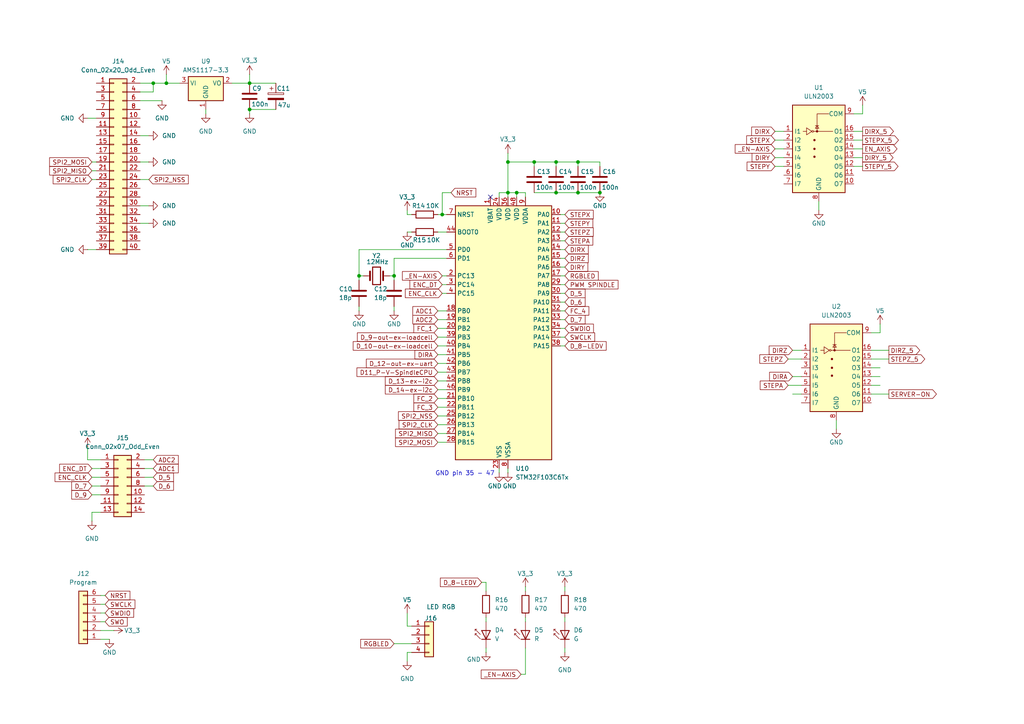
<source format=kicad_sch>
(kicad_sch (version 20250114) (generator "eeschema") (generator_version "9.0")
  (paper "A4")
  (lib_symbols
    (symbol "Connector_Generic:Conn_01x04" (pin_names (offset 1.016) (hide yes))
      (property "Reference" "J" (at 0 5.08 0))
      (property "Value" "Conn_01x04" (at 0 -7.62 0))
      (symbol "Conn_01x04_1_1"
        (rectangle (start -1.27 3.81) (end 1.27 -6.35) (stroke (width 0.254)) (fill (type background)))
        (rectangle (start -1.27 2.667) (end 0 2.413) (stroke (width 0.1524)))
        (rectangle (start -1.27 0.127) (end 0 -0.127) (stroke (width 0.1524)))
        (rectangle (start -1.27 -2.413) (end 0 -2.667) (stroke (width 0.1524)))
        (rectangle (start -1.27 -4.953) (end 0 -5.207) (stroke (width 0.1524)))
        (pin passive line (at -5.08 2.54 0) (length 3.81) (name "Pin_1") (number "1"))
        (pin passive line (at -5.08 0 0) (length 3.81) (name "Pin_2") (number "2"))
        (pin passive line (at -5.08 -2.54 0) (length 3.81) (name "Pin_3") (number "3"))
        (pin passive line (at -5.08 -5.08 0) (length 3.81) (name "Pin_4") (number "4"))
      )
    )
    (symbol "Connector_Generic:Conn_01x06" (pin_names (offset 1.016) (hide yes))
      (property "Reference" "J" (at 0 7.62 0))
      (property "Value" "Conn_01x06" (at 0 -10.16 0))
      (symbol "Conn_01x06_1_1"
        (rectangle (start -1.27 6.35) (end 1.27 -8.89) (stroke (width 0.254)) (fill (type background)))
        (rectangle (start -1.27 5.207) (end 0 4.953) (stroke (width 0.1524)))
        (rectangle (start -1.27 2.667) (end 0 2.413) (stroke (width 0.1524)))
        (rectangle (start -1.27 0.127) (end 0 -0.127) (stroke (width 0.1524)))
        (rectangle (start -1.27 -2.413) (end 0 -2.667) (stroke (width 0.1524)))
        (rectangle (start -1.27 -4.953) (end 0 -5.207) (stroke (width 0.1524)))
        (rectangle (start -1.27 -7.493) (end 0 -7.747) (stroke (width 0.1524)))
        (pin passive line (at -5.08 5.08 0) (length 3.81) (name "Pin_1") (number "1"))
        (pin passive line (at -5.08 2.54 0) (length 3.81) (name "Pin_2") (number "2"))
        (pin passive line (at -5.08 0 0) (length 3.81) (name "Pin_3") (number "3"))
        (pin passive line (at -5.08 -2.54 0) (length 3.81) (name "Pin_4") (number "4"))
        (pin passive line (at -5.08 -5.08 0) (length 3.81) (name "Pin_5") (number "5"))
        (pin passive line (at -5.08 -7.62 0) (length 3.81) (name "Pin_6") (number "6"))
      )
    )
    (symbol "Connector_Generic:Conn_02x07_Odd_Even" (pin_names (offset 1.016) (hide yes))
      (property "Reference" "J" (at 1.27 10.16 0))
      (property "Value" "Conn_02x07_Odd_Even" (at 1.27 -10.16 0))
      (symbol "Conn_02x07_Odd_Even_1_1"
        (rectangle (start -1.27 8.89) (end 3.81 -8.89) (stroke (width 0.254)) (fill (type background)))
        (rectangle (start -1.27 7.747) (end 0 7.493) (stroke (width 0.1524)))
        (rectangle (start -1.27 5.207) (end 0 4.953) (stroke (width 0.1524)))
        (rectangle (start -1.27 2.667) (end 0 2.413) (stroke (width 0.1524)))
        (rectangle (start -1.27 0.127) (end 0 -0.127) (stroke (width 0.1524)))
        (rectangle (start -1.27 -2.413) (end 0 -2.667) (stroke (width 0.1524)))
        (rectangle (start -1.27 -4.953) (end 0 -5.207) (stroke (width 0.1524)))
        (rectangle (start -1.27 -7.493) (end 0 -7.747) (stroke (width 0.1524)))
        (rectangle (start 3.81 7.747) (end 2.54 7.493) (stroke (width 0.1524)))
        (rectangle (start 3.81 5.207) (end 2.54 4.953) (stroke (width 0.1524)))
        (rectangle (start 3.81 2.667) (end 2.54 2.413) (stroke (width 0.1524)))
        (rectangle (start 3.81 0.127) (end 2.54 -0.127) (stroke (width 0.1524)))
        (rectangle (start 3.81 -2.413) (end 2.54 -2.667) (stroke (width 0.1524)))
        (rectangle (start 3.81 -4.953) (end 2.54 -5.207) (stroke (width 0.1524)))
        (rectangle (start 3.81 -7.493) (end 2.54 -7.747) (stroke (width 0.1524)))
        (pin passive line (at -5.08 7.62 0) (length 3.81) (name "Pin_1") (number "1"))
        (pin passive line (at -5.08 5.08 0) (length 3.81) (name "Pin_3") (number "3"))
        (pin passive line (at -5.08 2.54 0) (length 3.81) (name "Pin_5") (number "5"))
        (pin passive line (at -5.08 0 0) (length 3.81) (name "Pin_7") (number "7"))
        (pin passive line (at -5.08 -2.54 0) (length 3.81) (name "Pin_9") (number "9"))
        (pin passive line (at -5.08 -5.08 0) (length 3.81) (name "Pin_11") (number "11"))
        (pin passive line (at -5.08 -7.62 0) (length 3.81) (name "Pin_13") (number "13"))
        (pin passive line (at 7.62 7.62 180) (length 3.81) (name "Pin_2") (number "2"))
        (pin passive line (at 7.62 5.08 180) (length 3.81) (name "Pin_4") (number "4"))
        (pin passive line (at 7.62 2.54 180) (length 3.81) (name "Pin_6") (number "6"))
        (pin passive line (at 7.62 0 180) (length 3.81) (name "Pin_8") (number "8"))
        (pin passive line (at 7.62 -2.54 180) (length 3.81) (name "Pin_10") (number "10"))
        (pin passive line (at 7.62 -5.08 180) (length 3.81) (name "Pin_12") (number "12"))
        (pin passive line (at 7.62 -7.62 180) (length 3.81) (name "Pin_14") (number "14"))
      )
    )
    (symbol "Connector_Generic:Conn_02x20_Odd_Even" (pin_names (offset 1.016) (hide yes))
      (property "Reference" "J" (at 1.27 25.4 0))
      (property "Value" "Conn_02x20_Odd_Even" (at 1.27 -27.94 0))
      (symbol "Conn_02x20_Odd_Even_1_1"
        (rectangle (start -1.27 24.13) (end 3.81 -26.67) (stroke (width 0.254)) (fill (type background)))
        (rectangle (start -1.27 22.987) (end 0 22.733) (stroke (width 0.1524)))
        (rectangle (start -1.27 20.447) (end 0 20.193) (stroke (width 0.1524)))
        (rectangle (start -1.27 17.907) (end 0 17.653) (stroke (width 0.1524)))
        (rectangle (start -1.27 15.367) (end 0 15.113) (stroke (width 0.1524)))
        (rectangle (start -1.27 12.827) (end 0 12.573) (stroke (width 0.1524)))
        (rectangle (start -1.27 10.287) (end 0 10.033) (stroke (width 0.1524)))
        (rectangle (start -1.27 7.747) (end 0 7.493) (stroke (width 0.1524)))
        (rectangle (start -1.27 5.207) (end 0 4.953) (stroke (width 0.1524)))
        (rectangle (start -1.27 2.667) (end 0 2.413) (stroke (width 0.1524)))
        (rectangle (start -1.27 0.127) (end 0 -0.127) (stroke (width 0.1524)))
        (rectangle (start -1.27 -2.413) (end 0 -2.667) (stroke (width 0.1524)))
        (rectangle (start -1.27 -4.953) (end 0 -5.207) (stroke (width 0.1524)))
        (rectangle (start -1.27 -7.493) (end 0 -7.747) (stroke (width 0.1524)))
        (rectangle (start -1.27 -10.033) (end 0 -10.287) (stroke (width 0.1524)))
        (rectangle (start -1.27 -12.573) (end 0 -12.827) (stroke (width 0.1524)))
        (rectangle (start -1.27 -15.113) (end 0 -15.367) (stroke (width 0.1524)))
        (rectangle (start -1.27 -17.653) (end 0 -17.907) (stroke (width 0.1524)))
        (rectangle (start -1.27 -20.193) (end 0 -20.447) (stroke (width 0.1524)))
        (rectangle (start -1.27 -22.733) (end 0 -22.987) (stroke (width 0.1524)))
        (rectangle (start -1.27 -25.273) (end 0 -25.527) (stroke (width 0.1524)))
        (rectangle (start 3.81 22.987) (end 2.54 22.733) (stroke (width 0.1524)))
        (rectangle (start 3.81 20.447) (end 2.54 20.193) (stroke (width 0.1524)))
        (rectangle (start 3.81 17.907) (end 2.54 17.653) (stroke (width 0.1524)))
        (rectangle (start 3.81 15.367) (end 2.54 15.113) (stroke (width 0.1524)))
        (rectangle (start 3.81 12.827) (end 2.54 12.573) (stroke (width 0.1524)))
        (rectangle (start 3.81 10.287) (end 2.54 10.033) (stroke (width 0.1524)))
        (rectangle (start 3.81 7.747) (end 2.54 7.493) (stroke (width 0.1524)))
        (rectangle (start 3.81 5.207) (end 2.54 4.953) (stroke (width 0.1524)))
        (rectangle (start 3.81 2.667) (end 2.54 2.413) (stroke (width 0.1524)))
        (rectangle (start 3.81 0.127) (end 2.54 -0.127) (stroke (width 0.1524)))
        (rectangle (start 3.81 -2.413) (end 2.54 -2.667) (stroke (width 0.1524)))
        (rectangle (start 3.81 -4.953) (end 2.54 -5.207) (stroke (width 0.1524)))
        (rectangle (start 3.81 -7.493) (end 2.54 -7.747) (stroke (width 0.1524)))
        (rectangle (start 3.81 -10.033) (end 2.54 -10.287) (stroke (width 0.1524)))
        (rectangle (start 3.81 -12.573) (end 2.54 -12.827) (stroke (width 0.1524)))
        (rectangle (start 3.81 -15.113) (end 2.54 -15.367) (stroke (width 0.1524)))
        (rectangle (start 3.81 -17.653) (end 2.54 -17.907) (stroke (width 0.1524)))
        (rectangle (start 3.81 -20.193) (end 2.54 -20.447) (stroke (width 0.1524)))
        (rectangle (start 3.81 -22.733) (end 2.54 -22.987) (stroke (width 0.1524)))
        (rectangle (start 3.81 -25.273) (end 2.54 -25.527) (stroke (width 0.1524)))
        (pin passive line (at -5.08 22.86 0) (length 3.81) (name "Pin_1") (number "1"))
        (pin passive line (at -5.08 20.32 0) (length 3.81) (name "Pin_3") (number "3"))
        (pin passive line (at -5.08 17.78 0) (length 3.81) (name "Pin_5") (number "5"))
        (pin passive line (at -5.08 15.24 0) (length 3.81) (name "Pin_7") (number "7"))
        (pin passive line (at -5.08 12.7 0) (length 3.81) (name "Pin_9") (number "9"))
        (pin passive line (at -5.08 10.16 0) (length 3.81) (name "Pin_11") (number "11"))
        (pin passive line (at -5.08 7.62 0) (length 3.81) (name "Pin_13") (number "13"))
        (pin passive line (at -5.08 5.08 0) (length 3.81) (name "Pin_15") (number "15"))
        (pin passive line (at -5.08 2.54 0) (length 3.81) (name "Pin_17") (number "17"))
        (pin passive line (at -5.08 0 0) (length 3.81) (name "Pin_19") (number "19"))
        (pin passive line (at -5.08 -2.54 0) (length 3.81) (name "Pin_21") (number "21"))
        (pin passive line (at -5.08 -5.08 0) (length 3.81) (name "Pin_23") (number "23"))
        (pin passive line (at -5.08 -7.62 0) (length 3.81) (name "Pin_25") (number "25"))
        (pin passive line (at -5.08 -10.16 0) (length 3.81) (name "Pin_27") (number "27"))
        (pin passive line (at -5.08 -12.7 0) (length 3.81) (name "Pin_29") (number "29"))
        (pin passive line (at -5.08 -15.24 0) (length 3.81) (name "Pin_31") (number "31"))
        (pin passive line (at -5.08 -17.78 0) (length 3.81) (name "Pin_33") (number "33"))
        (pin passive line (at -5.08 -20.32 0) (length 3.81) (name "Pin_35") (number "35"))
        (pin passive line (at -5.08 -22.86 0) (length 3.81) (name "Pin_37") (number "37"))
        (pin passive line (at -5.08 -25.4 0) (length 3.81) (name "Pin_39") (number "39"))
        (pin passive line (at 7.62 22.86 180) (length 3.81) (name "Pin_2") (number "2"))
        (pin passive line (at 7.62 20.32 180) (length 3.81) (name "Pin_4") (number "4"))
        (pin passive line (at 7.62 17.78 180) (length 3.81) (name "Pin_6") (number "6"))
        (pin passive line (at 7.62 15.24 180) (length 3.81) (name "Pin_8") (number "8"))
        (pin passive line (at 7.62 12.7 180) (length 3.81) (name "Pin_10") (number "10"))
        (pin passive line (at 7.62 10.16 180) (length 3.81) (name "Pin_12") (number "12"))
        (pin passive line (at 7.62 7.62 180) (length 3.81) (name "Pin_14") (number "14"))
        (pin passive line (at 7.62 5.08 180) (length 3.81) (name "Pin_16") (number "16"))
        (pin passive line (at 7.62 2.54 180) (length 3.81) (name "Pin_18") (number "18"))
        (pin passive line (at 7.62 0 180) (length 3.81) (name "Pin_20") (number "20"))
        (pin passive line (at 7.62 -2.54 180) (length 3.81) (name "Pin_22") (number "22"))
        (pin passive line (at 7.62 -5.08 180) (length 3.81) (name "Pin_24") (number "24"))
        (pin passive line (at 7.62 -7.62 180) (length 3.81) (name "Pin_26") (number "26"))
        (pin passive line (at 7.62 -10.16 180) (length 3.81) (name "Pin_28") (number "28"))
        (pin passive line (at 7.62 -12.7 180) (length 3.81) (name "Pin_30") (number "30"))
        (pin passive line (at 7.62 -15.24 180) (length 3.81) (name "Pin_32") (number "32"))
        (pin passive line (at 7.62 -17.78 180) (length 3.81) (name "Pin_34") (number "34"))
        (pin passive line (at 7.62 -20.32 180) (length 3.81) (name "Pin_36") (number "36"))
        (pin passive line (at 7.62 -22.86 180) (length 3.81) (name "Pin_38") (number "38"))
        (pin passive line (at 7.62 -25.4 180) (length 3.81) (name "Pin_40") (number "40"))
      )
    )
    (symbol "Device:C" (pin_numbers (hide yes)) (pin_names (offset 0.254))
      (property "Reference" "C" (at 0.635 2.54 0))
      (property "Value" "C" (at 0.635 -2.54 0))
      (symbol "C_0_1"
        (polyline (pts (xy -2.032 0.762) (xy 2.032 0.762)) (stroke (width 0.508)))
        (polyline (pts (xy -2.032 -0.762) (xy 2.032 -0.762)) (stroke (width 0.508)))
      )
      (symbol "C_1_1"
        (pin passive line (at 0 3.81 270) (length 2.794) (name "~") (number "1"))
        (pin passive line (at 0 -3.81 90) (length 2.794) (name "~") (number "2"))
      )
    )
    (symbol "Device:C_Polarized" (pin_numbers (hide yes)) (pin_names (offset 0.254))
      (property "Reference" "C" (at 0.635 2.54 0))
      (property "Value" "C_Polarized" (at 0.635 -2.54 0))
      (symbol "C_Polarized_0_1"
        (rectangle (start -2.286 0.508) (end 2.286 1.016))
        (polyline (pts (xy -1.778 2.286) (xy -0.762 2.286)))
        (polyline (pts (xy -1.27 2.794) (xy -1.27 1.778)))
        (rectangle (start 2.286 -0.508) (end -2.286 -1.016) (fill (type outline)))
      )
      (symbol "C_Polarized_1_1"
        (pin passive line (at 0 3.81 270) (length 2.794) (name "~") (number "1"))
        (pin passive line (at 0 -3.81 90) (length 2.794) (name "~") (number "2"))
      )
    )
    (symbol "Device:Crystal" (pin_numbers (hide yes)) (pin_names (offset 1.016) (hide yes))
      (property "Reference" "Y" (at 0 3.81 0))
      (property "Value" "Crystal" (at 0 -3.81 0))
      (symbol "Crystal_0_1"
        (polyline (pts (xy -2.54 0) (xy -1.905 0)))
        (polyline (pts (xy -1.905 -1.27) (xy -1.905 1.27)) (stroke (width 0.508)))
        (rectangle (start -1.143 2.54) (end 1.143 -2.54) (stroke (width 0.3048)))
        (polyline (pts (xy 1.905 -1.27) (xy 1.905 1.27)) (stroke (width 0.508)))
        (polyline (pts (xy 2.54 0) (xy 1.905 0)))
      )
      (symbol "Crystal_1_1"
        (pin passive line (at -3.81 0 0) (length 1.27) (name "1") (number "1"))
        (pin passive line (at 3.81 0 180) (length 1.27) (name "2") (number "2"))
      )
    )
    (symbol "Device:R" (pin_numbers (hide yes)) (pin_names (offset 0))
      (property "Reference" "R" (at 2.032 0 90))
      (property "Value" "R" (at 0 0 90))
      (symbol "R_0_1"
        (rectangle (start -1.016 -2.54) (end 1.016 2.54) (stroke (width 0.254)))
      )
      (symbol "R_1_1"
        (pin passive line (at 0 3.81 270) (length 1.27) (name "~") (number "1"))
        (pin passive line (at 0 -3.81 90) (length 1.27) (name "~") (number "2"))
      )
    )
    (symbol "LED:SFH460" (pin_numbers (hide yes)) (pin_names (offset 1.016) (hide yes))
      (property "Reference" "D" (at 0.508 1.778 0))
      (property "Value" "SFH460" (at -1.016 -2.794 0))
      (symbol "SFH460_0_1"
        (polyline (pts (xy -2.54 1.27) (xy -2.54 -1.27)) (stroke (width 0.254)))
        (polyline (pts (xy -2.413 1.651) (xy -0.889 3.175) (xy -0.889 2.667) (xy -0.889 3.175) (xy -1.397 3.175)))
        (polyline (pts (xy -1.143 1.651) (xy 0.381 3.175) (xy 0.381 2.667)))
        (polyline (pts (xy 0 1.27) (xy 0 -1.27) (xy -2.54 0) (xy 0 1.27)) (stroke (width 0.254)))
        (polyline (pts (xy 0 0) (xy -2.54 0)))
        (polyline (pts (xy 0.381 3.175) (xy -0.127 3.175)))
      )
      (symbol "SFH460_1_1"
        (pin passive line (at -5.08 0 0) (length 2.54) (name "K") (number "1"))
        (pin passive line (at 2.54 0 180) (length 2.54) (name "A") (number "2"))
      )
    )
    (symbol "MCU_ST_STM32F1:STM32F103C6Tx"
      (property "Reference" "U" (at -12.7 39.37 0))
      (property "Value" "STM32F103C6Tx" (at 10.16 39.37 0))
      (symbol "STM32F103C6Tx_0_1"
        (rectangle (start -12.7 -35.56) (end 15.24 38.1) (stroke (width 0.254)) (fill (type background)))
      )
      (symbol "STM32F103C6Tx_1_1"
        (pin input line (at -15.24 35.56 0) (length 2.54) (name "NRST") (number "7"))
        (pin input line (at -15.24 30.48 0) (length 2.54) (name "BOOT0") (number "44"))
        (pin bidirectional line (at -15.24 25.4 0) (length 2.54) (name "PD0") (number "5"))
        (pin bidirectional line (at -15.24 22.86 0) (length 2.54) (name "PD1") (number "6"))
        (pin bidirectional line (at -15.24 17.78 0) (length 2.54) (name "PC13") (number "2"))
        (pin bidirectional line (at -15.24 15.24 0) (length 2.54) (name "PC14") (number "3"))
        (pin bidirectional line (at -15.24 12.7 0) (length 2.54) (name "PC15") (number "4"))
        (pin bidirectional line (at -15.24 7.62 0) (length 2.54) (name "PB0") (number "18"))
        (pin bidirectional line (at -15.24 5.08 0) (length 2.54) (name "PB1") (number "19"))
        (pin bidirectional line (at -15.24 2.54 0) (length 2.54) (name "PB2") (number "20"))
        (pin bidirectional line (at -15.24 0 0) (length 2.54) (name "PB3") (number "39"))
        (pin bidirectional line (at -15.24 -2.54 0) (length 2.54) (name "PB4") (number "40"))
        (pin bidirectional line (at -15.24 -5.08 0) (length 2.54) (name "PB5") (number "41"))
        (pin bidirectional line (at -15.24 -7.62 0) (length 2.54) (name "PB6") (number "42"))
        (pin bidirectional line (at -15.24 -10.16 0) (length 2.54) (name "PB7") (number "43"))
        (pin bidirectional line (at -15.24 -12.7 0) (length 2.54) (name "PB8") (number "45"))
        (pin bidirectional line (at -15.24 -15.24 0) (length 2.54) (name "PB9") (number "46"))
        (pin bidirectional line (at -15.24 -17.78 0) (length 2.54) (name "PB10") (number "21"))
        (pin bidirectional line (at -15.24 -20.32 0) (length 2.54) (name "PB11") (number "22"))
        (pin bidirectional line (at -15.24 -22.86 0) (length 2.54) (name "PB12") (number "25"))
        (pin bidirectional line (at -15.24 -25.4 0) (length 2.54) (name "PB13") (number "26"))
        (pin bidirectional line (at -15.24 -27.94 0) (length 2.54) (name "PB14") (number "27"))
        (pin bidirectional line (at -15.24 -30.48 0) (length 2.54) (name "PB15") (number "28"))
        (pin power_in line (at -2.54 40.64 270) (length 2.54) (name "VBAT") (number "1"))
        (pin power_in line (at 0 40.64 270) (length 2.54) (name "VDD") (number "24"))
        (pin power_in line (at 0 -38.1 90) (length 2.54) (name "VSS") (number "23"))
        (pin passive line (at 0 -38.1 90) (length 2.54) (hide yes) (name "VSS") (number "35"))
        (pin passive line (at 0 -38.1 90) (length 2.54) (hide yes) (name "VSS") (number "47"))
        (pin power_in line (at 2.54 40.64 270) (length 2.54) (name "VDD") (number "36"))
        (pin power_in line (at 2.54 -38.1 90) (length 2.54) (name "VSSA") (number "8"))
        (pin power_in line (at 5.08 40.64 270) (length 2.54) (name "VDD") (number "48"))
        (pin power_in line (at 7.62 40.64 270) (length 2.54) (name "VDDA") (number "9"))
        (pin bidirectional line (at 17.78 35.56 180) (length 2.54) (name "PA0") (number "10"))
        (pin bidirectional line (at 17.78 33.02 180) (length 2.54) (name "PA1") (number "11"))
        (pin bidirectional line (at 17.78 30.48 180) (length 2.54) (name "PA2") (number "12"))
        (pin bidirectional line (at 17.78 27.94 180) (length 2.54) (name "PA3") (number "13"))
        (pin bidirectional line (at 17.78 25.4 180) (length 2.54) (name "PA4") (number "14"))
        (pin bidirectional line (at 17.78 22.86 180) (length 2.54) (name "PA5") (number "15"))
        (pin bidirectional line (at 17.78 20.32 180) (length 2.54) (name "PA6") (number "16"))
        (pin bidirectional line (at 17.78 17.78 180) (length 2.54) (name "PA7") (number "17"))
        (pin bidirectional line (at 17.78 15.24 180) (length 2.54) (name "PA8") (number "29"))
        (pin bidirectional line (at 17.78 12.7 180) (length 2.54) (name "PA9") (number "30"))
        (pin bidirectional line (at 17.78 10.16 180) (length 2.54) (name "PA10") (number "31"))
        (pin bidirectional line (at 17.78 7.62 180) (length 2.54) (name "PA11") (number "32"))
        (pin bidirectional line (at 17.78 5.08 180) (length 2.54) (name "PA12") (number "33"))
        (pin bidirectional line (at 17.78 2.54 180) (length 2.54) (name "PA13") (number "34"))
        (pin bidirectional line (at 17.78 0 180) (length 2.54) (name "PA14") (number "37"))
        (pin bidirectional line (at 17.78 -2.54 180) (length 2.54) (name "PA15") (number "38"))
      )
    )
    (symbol "Regulator_Linear:AMS1117-3.3"
      (property "Reference" "U" (at -3.81 3.175 0))
      (property "Value" "AMS1117-3.3" (at 0 3.175 0))
      (symbol "AMS1117-3.3_0_1"
        (rectangle (start -5.08 -5.08) (end 5.08 1.905) (stroke (width 0.254)) (fill (type background)))
      )
      (symbol "AMS1117-3.3_1_1"
        (pin power_in line (at -7.62 0 0) (length 2.54) (name "VI") (number "3"))
        (pin power_in line (at 0 -7.62 90) (length 2.54) (name "GND") (number "1"))
        (pin power_out line (at 7.62 0 180) (length 2.54) (name "VO") (number "2"))
      )
    )
    (symbol "Transistor_Array:ULN2003"
      (property "Reference" "U" (at 0 15.875 0))
      (property "Value" "ULN2003" (at 0 13.97 0))
      (symbol "ULN2003_0_1"
        (rectangle (start -7.62 -12.7) (end 7.62 12.7) (stroke (width 0.254)) (fill (type background)))
        (polyline (pts (xy -4.572 5.08) (xy -3.556 5.08)))
        (polyline (pts (xy -3.556 6.096) (xy -3.556 4.064) (xy -2.032 5.08) (xy -3.556 6.096)))
        (circle (center -1.778 5.08) (radius 0.254))
        (polyline (pts (xy -1.524 5.08) (xy 4.064 5.08)))
        (circle (center -1.27 2.54) (radius 0.254) (fill (type outline)))
        (circle (center -1.27 0) (radius 0.254) (fill (type outline)))
        (circle (center -1.27 -2.286) (radius 0.254) (fill (type outline)))
        (circle (center -0.508 5.08) (radius 0.254) (fill (type outline)))
        (polyline (pts (xy -0.508 5.08) (xy -0.508 10.16) (xy 2.921 10.16)))
        (polyline (pts (xy 0 6.731) (xy -1.016 6.731)))
        (polyline (pts (xy 0 5.969) (xy -1.016 5.969) (xy -0.508 6.731) (xy 0 5.969)))
      )
      (symbol "ULN2003_1_1"
        (pin input line (at -10.16 5.08 0) (length 2.54) (name "I1") (number "1"))
        (pin input line (at -10.16 2.54 0) (length 2.54) (name "I2") (number "2"))
        (pin input line (at -10.16 0 0) (length 2.54) (name "I3") (number "3"))
        (pin input line (at -10.16 -2.54 0) (length 2.54) (name "I4") (number "4"))
        (pin input line (at -10.16 -5.08 0) (length 2.54) (name "I5") (number "5"))
        (pin input line (at -10.16 -7.62 0) (length 2.54) (name "I6") (number "6"))
        (pin input line (at -10.16 -10.16 0) (length 2.54) (name "I7") (number "7"))
        (pin power_in line (at 0 -15.24 90) (length 2.54) (name "GND") (number "8"))
        (pin passive line (at 10.16 10.16 180) (length 2.54) (name "COM") (number "9"))
        (pin open_collector line (at 10.16 5.08 180) (length 2.54) (name "O1") (number "16"))
        (pin open_collector line (at 10.16 2.54 180) (length 2.54) (name "O2") (number "15"))
        (pin open_collector line (at 10.16 0 180) (length 2.54) (name "O3") (number "14"))
        (pin open_collector line (at 10.16 -2.54 180) (length 2.54) (name "O4") (number "13"))
        (pin open_collector line (at 10.16 -5.08 180) (length 2.54) (name "O5") (number "12"))
        (pin open_collector line (at 10.16 -7.62 180) (length 2.54) (name "O6") (number "11"))
        (pin open_collector line (at 10.16 -10.16 180) (length 2.54) (name "O7") (number "10"))
      )
    )
    (symbol "power:GND" (power) (pin_numbers (hide yes)) (pin_names (offset 0) (hide yes))
      (property "Value" "GND" (at 0 -3.81 0))
      (symbol "GND_0_1"
        (polyline (pts (xy 0 0) (xy 0 -1.27) (xy 1.27 -1.27) (xy 0 -2.54) (xy -1.27 -1.27) (xy 0 -1.27)))
      )
      (symbol "GND_1_1"
        (pin power_in line (at 0 0 270) (length 0) (name "~") (number "1"))
      )
    )
    (symbol "power:VCC" (power) (pin_numbers (hide yes)) (pin_names (offset 0) (hide yes))
      (property "Value" "VCC" (at 0 3.556 0))
      (symbol "VCC_0_1"
        (polyline (pts (xy -0.762 1.27) (xy 0 2.54)))
        (polyline (pts (xy 0 2.54) (xy 0.762 1.27)))
        (polyline (pts (xy 0 0) (xy 0 2.54)))
      )
      (symbol "VCC_1_1"
        (pin power_in line (at 0 0 90) (length 0) (name "~") (number "1"))
      )
    )
  )
  (text "GND pin 35 - 47" (at 134.874 137.414 0) (effects (font (size 1.27 1.27))))
  (junction (at 72.39 31.75))
  (junction (at 167.64 46.99))
  (junction (at 147.32 46.99))
  (junction (at 72.39 24.13))
  (junction (at 44.45 24.13))
  (junction (at 167.64 55.88))
  (junction (at 48.26 24.13))
  (junction (at 161.29 46.99))
  (junction (at 147.32 55.88))
  (junction (at 154.94 46.99))
  (junction (at 149.86 55.88))
  (junction (at 173.99 55.88))
  (junction (at 104.14 80.01))
  (junction (at 114.3 80.01))
  (junction (at 128.27 62.23))
  (junction (at 161.29 55.88))
  (no_connect (at 142.24 57.15))
  (wire (pts (xy 167.64 46.99) (xy 161.29 46.99)))
  (wire (pts (xy 173.99 46.99) (xy 167.64 46.99)))
  (wire (pts (xy 250.19 33.02) (xy 247.65 33.02)))
  (wire (pts (xy 163.83 170.18) (xy 163.83 171.45)))
  (wire (pts (xy 48.26 21.59) (xy 48.26 24.13)))
  (wire (pts (xy 237.49 58.42) (xy 237.49 60.96)))
  (wire (pts (xy 224.79 48.26) (xy 227.33 48.26)))
  (wire (pts (xy 154.94 55.88) (xy 161.29 55.88)))
  (wire (pts (xy 40.64 24.13) (xy 44.45 24.13)))
  (wire (pts (xy 139.7 168.91) (xy 140.97 168.91)))
  (wire (pts (xy 41.91 138.43) (xy 44.45 138.43)))
  (wire (pts (xy 162.56 77.47) (xy 163.83 77.47)))
  (wire (pts (xy 162.56 85.09) (xy 163.83 85.09)))
  (wire (pts (xy 152.4 55.88) (xy 152.4 57.15)))
  (wire (pts (xy 162.56 100.33) (xy 163.83 100.33)))
  (wire (pts (xy 29.21 180.34) (xy 30.48 180.34)))
  (wire (pts (xy 129.54 74.93) (xy 114.3 74.93)))
  (wire (pts (xy 26.67 46.99) (xy 27.94 46.99)))
  (wire (pts (xy 144.78 57.15) (xy 144.78 55.88)))
  (wire (pts (xy 252.73 101.6) (xy 257.81 101.6)))
  (wire (pts (xy 67.31 24.13) (xy 72.39 24.13)))
  (wire (pts (xy 41.91 133.35) (xy 44.45 133.35)))
  (wire (pts (xy 127 107.95) (xy 129.54 107.95)))
  (wire (pts (xy 247.65 38.1) (xy 250.19 38.1)))
  (wire (pts (xy 127 120.65) (xy 129.54 120.65)))
  (wire (pts (xy 252.73 109.22) (xy 255.27 109.22)))
  (wire (pts (xy 127 123.19) (xy 129.54 123.19)))
  (wire (pts (xy 127 100.33) (xy 129.54 100.33)))
  (wire (pts (xy 25.4 72.39) (xy 27.94 72.39)))
  (wire (pts (xy 128.27 80.01) (xy 129.54 80.01)))
  (wire (pts (xy 104.14 88.9) (xy 104.14 90.17)))
  (wire (pts (xy 118.11 181.61) (xy 119.38 181.61)))
  (wire (pts (xy 162.56 97.79) (xy 163.83 97.79)))
  (wire (pts (xy 127 118.11) (xy 129.54 118.11)))
  (wire (pts (xy 40.64 39.37) (xy 43.18 39.37)))
  (wire (pts (xy 127 92.71) (xy 129.54 92.71)))
  (wire (pts (xy 152.4 187.96) (xy 152.4 195.58)))
  (wire (pts (xy 162.56 67.31) (xy 163.83 67.31)))
  (wire (pts (xy 252.73 114.3) (xy 257.81 114.3)))
  (wire (pts (xy 173.99 48.26) (xy 173.99 46.99)))
  (wire (pts (xy 127 67.31) (xy 129.54 67.31)))
  (wire (pts (xy 114.3 186.69) (xy 119.38 186.69)))
  (wire (pts (xy 127 90.17) (xy 129.54 90.17)))
  (wire (pts (xy 154.94 46.99) (xy 154.94 48.26)))
  (wire (pts (xy 113.03 80.01) (xy 114.3 80.01)))
  (wire (pts (xy 247.65 40.64) (xy 250.19 40.64)))
  (wire (pts (xy 26.67 49.53) (xy 27.94 49.53)))
  (wire (pts (xy 147.32 46.99) (xy 147.32 55.88)))
  (wire (pts (xy 151.13 195.58) (xy 152.4 195.58)))
  (wire (pts (xy 72.39 31.75) (xy 80.01 31.75)))
  (wire (pts (xy 149.86 55.88) (xy 149.86 57.15)))
  (wire (pts (xy 252.73 106.68) (xy 255.27 106.68)))
  (wire (pts (xy 127 62.23) (xy 128.27 62.23)))
  (wire (pts (xy 25.4 129.54) (xy 25.4 133.35)))
  (wire (pts (xy 147.32 55.88) (xy 147.32 57.15)))
  (wire (pts (xy 162.56 62.23) (xy 163.83 62.23)))
  (wire (pts (xy 128.27 55.88) (xy 128.27 62.23)))
  (wire (pts (xy 163.83 179.07) (xy 163.83 180.34)))
  (wire (pts (xy 114.3 88.9) (xy 114.3 90.17)))
  (wire (pts (xy 127 115.57) (xy 129.54 115.57)))
  (wire (pts (xy 118.11 60.96) (xy 118.11 62.23)))
  (wire (pts (xy 29.21 175.26) (xy 30.48 175.26)))
  (wire (pts (xy 127 105.41) (xy 129.54 105.41)))
  (wire (pts (xy 40.64 29.21) (xy 46.99 29.21)))
  (wire (pts (xy 162.56 87.63) (xy 163.83 87.63)))
  (wire (pts (xy 162.56 69.85) (xy 163.83 69.85)))
  (wire (pts (xy 147.32 135.89) (xy 147.32 137.16)))
  (wire (pts (xy 228.6 104.14) (xy 232.41 104.14)))
  (wire (pts (xy 161.29 46.99) (xy 154.94 46.99)))
  (wire (pts (xy 162.56 90.17) (xy 163.83 90.17)))
  (wire (pts (xy 228.6 111.76) (xy 232.41 111.76)))
  (wire (pts (xy 162.56 64.77) (xy 163.83 64.77)))
  (wire (pts (xy 29.21 172.72) (xy 30.48 172.72)))
  (wire (pts (xy 44.45 24.13) (xy 48.26 24.13)))
  (wire (pts (xy 26.67 135.89) (xy 29.21 135.89)))
  (wire (pts (xy 147.32 44.45) (xy 147.32 46.99)))
  (wire (pts (xy 229.87 114.3) (xy 232.41 114.3)))
  (wire (pts (xy 161.29 55.88) (xy 167.64 55.88)))
  (wire (pts (xy 127 95.25) (xy 129.54 95.25)))
  (wire (pts (xy 154.94 46.99) (xy 147.32 46.99)))
  (wire (pts (xy 163.83 187.96) (xy 163.83 189.23)))
  (wire (pts (xy 44.45 26.67) (xy 44.45 24.13)))
  (wire (pts (xy 25.4 133.35) (xy 29.21 133.35)))
  (wire (pts (xy 224.79 40.64) (xy 227.33 40.64)))
  (wire (pts (xy 29.21 182.88) (xy 33.02 182.88)))
  (wire (pts (xy 114.3 80.01) (xy 114.3 81.28)))
  (wire (pts (xy 118.11 189.23) (xy 118.11 191.77)))
  (wire (pts (xy 118.11 177.8) (xy 118.11 181.61)))
  (wire (pts (xy 149.86 55.88) (xy 152.4 55.88)))
  (wire (pts (xy 40.64 52.07) (xy 43.18 52.07)))
  (wire (pts (xy 224.79 43.18) (xy 227.33 43.18)))
  (wire (pts (xy 104.14 72.39) (xy 129.54 72.39)))
  (wire (pts (xy 26.67 148.59) (xy 29.21 148.59)))
  (wire (pts (xy 224.79 38.1) (xy 227.33 38.1)))
  (wire (pts (xy 127 102.87) (xy 129.54 102.87)))
  (wire (pts (xy 128.27 85.09) (xy 129.54 85.09)))
  (wire (pts (xy 162.56 74.93) (xy 163.83 74.93)))
  (wire (pts (xy 127 97.79) (xy 129.54 97.79)))
  (wire (pts (xy 247.65 43.18) (xy 250.19 43.18)))
  (wire (pts (xy 162.56 92.71) (xy 163.83 92.71)))
  (wire (pts (xy 255.27 93.98) (xy 255.27 96.52)))
  (wire (pts (xy 162.56 80.01) (xy 163.83 80.01)))
  (wire (pts (xy 72.39 31.75) (xy 72.39 33.02)))
  (wire (pts (xy 41.91 135.89) (xy 44.45 135.89)))
  (wire (pts (xy 40.64 64.77) (xy 43.18 64.77)))
  (wire (pts (xy 140.97 179.07) (xy 140.97 180.34)))
  (wire (pts (xy 144.78 55.88) (xy 147.32 55.88)))
  (wire (pts (xy 167.64 55.88) (xy 173.99 55.88)))
  (wire (pts (xy 140.97 187.96) (xy 140.97 189.23)))
  (wire (pts (xy 162.56 72.39) (xy 163.83 72.39)))
  (wire (pts (xy 119.38 189.23) (xy 118.11 189.23)))
  (wire (pts (xy 161.29 46.99) (xy 161.29 48.26)))
  (wire (pts (xy 118.11 67.31) (xy 119.38 67.31)))
  (wire (pts (xy 118.11 62.23) (xy 119.38 62.23)))
  (wire (pts (xy 40.64 59.69) (xy 43.18 59.69)))
  (wire (pts (xy 26.67 143.51) (xy 29.21 143.51)))
  (wire (pts (xy 144.78 135.89) (xy 144.78 137.16)))
  (wire (pts (xy 127 125.73) (xy 129.54 125.73)))
  (wire (pts (xy 152.4 179.07) (xy 152.4 180.34)))
  (wire (pts (xy 128.27 82.55) (xy 129.54 82.55)))
  (wire (pts (xy 40.64 46.99) (xy 43.18 46.99)))
  (wire (pts (xy 104.14 81.28) (xy 104.14 80.01)))
  (wire (pts (xy 26.67 138.43) (xy 29.21 138.43)))
  (wire (pts (xy 26.67 151.13) (xy 26.67 148.59)))
  (wire (pts (xy 72.39 24.13) (xy 80.01 24.13)))
  (wire (pts (xy 127 110.49) (xy 129.54 110.49)))
  (wire (pts (xy 229.87 101.6) (xy 232.41 101.6)))
  (wire (pts (xy 162.56 82.55) (xy 163.83 82.55)))
  (wire (pts (xy 247.65 45.72) (xy 250.19 45.72)))
  (wire (pts (xy 59.69 31.75) (xy 59.69 33.02)))
  (wire (pts (xy 229.87 109.22) (xy 232.41 109.22)))
  (wire (pts (xy 127 113.03) (xy 129.54 113.03)))
  (wire (pts (xy 72.39 21.59) (xy 72.39 24.13)))
  (wire (pts (xy 152.4 170.18) (xy 152.4 171.45)))
  (wire (pts (xy 114.3 74.93) (xy 114.3 80.01)))
  (wire (pts (xy 162.56 95.25) (xy 163.83 95.25)))
  (wire (pts (xy 247.65 48.26) (xy 250.19 48.26)))
  (wire (pts (xy 41.91 140.97) (xy 44.45 140.97)))
  (wire (pts (xy 224.79 45.72) (xy 227.33 45.72)))
  (wire (pts (xy 130.81 55.88) (xy 128.27 55.88)))
  (wire (pts (xy 167.64 46.99) (xy 167.64 48.26)))
  (wire (pts (xy 26.67 140.97) (xy 29.21 140.97)))
  (wire (pts (xy 25.4 34.29) (xy 27.94 34.29)))
  (wire (pts (xy 147.32 55.88) (xy 149.86 55.88)))
  (wire (pts (xy 140.97 168.91) (xy 140.97 171.45)))
  (wire (pts (xy 104.14 80.01) (xy 104.14 72.39)))
  (wire (pts (xy 26.67 52.07) (xy 27.94 52.07)))
  (wire (pts (xy 29.21 185.42) (xy 31.75 185.42)))
  (wire (pts (xy 48.26 24.13) (xy 52.07 24.13)))
  (wire (pts (xy 104.14 80.01) (xy 105.41 80.01)))
  (wire (pts (xy 255.27 96.52) (xy 252.73 96.52)))
  (wire (pts (xy 242.57 121.92) (xy 242.57 124.46)))
  (wire (pts (xy 127 128.27) (xy 129.54 128.27)))
  (wire (pts (xy 128.27 62.23) (xy 129.54 62.23)))
  (wire (pts (xy 29.21 177.8) (xy 30.48 177.8)))
  (wire (pts (xy 252.73 111.76) (xy 255.27 111.76)))
  (wire (pts (xy 252.73 104.14) (xy 257.81 104.14)))
  (wire (pts (xy 250.19 30.48) (xy 250.19 33.02)))
  (wire (pts (xy 40.64 26.67) (xy 44.45 26.67)))
  (global_label "DIRA" (shape input) (at 229.87 109.22 180) (property "Intersheetrefs" "${INTERSHEET_REFS}" (effects (hide yes))))
  (global_label "SPI2_CLK" (shape input) (at 127 123.19 180) (property "Intersheetrefs" "${INTERSHEET_REFS}" (effects (hide yes))))
  (global_label "D_13-ex-i2c" (shape input) (at 127 110.49 180) (property "Intersheetrefs" "${INTERSHEET_REFS}" (effects (hide yes))))
  (global_label "SPI2_NSS" (shape input) (at 127 120.65 180) (property "Intersheetrefs" "${INTERSHEET_REFS}" (effects (hide yes))))
  (global_label "SWO" (shape input) (at 30.48 180.34 0) (property "Intersheetrefs" "${INTERSHEET_REFS}" (effects (hide yes))))
  (global_label "D_12-out-ex-uart" (shape input) (at 127 105.41 180) (property "Intersheetrefs" "${INTERSHEET_REFS}" (effects (hide yes))))
  (global_label "DIRY_5" (shape output) (at 250.19 45.72 0) (property "Intersheetrefs" "${INTERSHEET_REFS}" (effects (hide yes))))
  (global_label "PWM SPINDLE" (shape input) (at 163.83 82.55 0) (property "Intersheetrefs" "${INTERSHEET_REFS}" (effects (hide yes))))
  (global_label "DIRZ" (shape input) (at 229.87 101.6 180) (property "Intersheetrefs" "${INTERSHEET_REFS}" (effects (hide yes))))
  (global_label "DIRX" (shape input) (at 224.79 38.1 180) (property "Intersheetrefs" "${INTERSHEET_REFS}" (effects (hide yes))))
  (global_label "STEPX_5" (shape output) (at 250.19 40.64 0) (property "Intersheetrefs" "${INTERSHEET_REFS}" (effects (hide yes))))
  (global_label "STEPX" (shape input) (at 163.83 62.23 0) (property "Intersheetrefs" "${INTERSHEET_REFS}" (effects (hide yes))))
  (global_label "D_14-ex-i2c" (shape input) (at 127 113.03 180) (property "Intersheetrefs" "${INTERSHEET_REFS}" (effects (hide yes))))
  (global_label "D_7" (shape input) (at 26.67 140.97 180) (property "Intersheetrefs" "${INTERSHEET_REFS}" (effects (hide yes))))
  (global_label "D_5" (shape input) (at 163.83 85.09 0) (property "Intersheetrefs" "${INTERSHEET_REFS}" (effects (hide yes))))
  (global_label "_EN-AXIS" (shape input) (at 224.79 43.18 180) (property "Intersheetrefs" "${INTERSHEET_REFS}" (effects (hide yes))))
  (global_label "ADC2" (shape input) (at 44.45 133.35 0) (property "Intersheetrefs" "${INTERSHEET_REFS}" (effects (hide yes))))
  (global_label "D_10-out-ex-loadcell" (shape input) (at 127 100.33 180) (property "Intersheetrefs" "${INTERSHEET_REFS}" (effects (hide yes))))
  (global_label "STEPY_5" (shape output) (at 250.19 48.26 0) (property "Intersheetrefs" "${INTERSHEET_REFS}" (effects (hide yes))))
  (global_label "STEPA" (shape input) (at 163.83 69.85 0) (property "Intersheetrefs" "${INTERSHEET_REFS}" (effects (hide yes))))
  (global_label "D_8-LEDV" (shape input) (at 139.7 168.91 180) (property "Intersheetrefs" "${INTERSHEET_REFS}" (effects (hide yes))))
  (global_label "DIRZ_5" (shape output) (at 257.81 101.6 0) (property "Intersheetrefs" "${INTERSHEET_REFS}" (effects (hide yes))))
  (global_label "ENC_DT" (shape input) (at 26.67 135.89 180) (property "Intersheetrefs" "${INTERSHEET_REFS}" (effects (hide yes))))
  (global_label "_EN-AXIS" (shape input) (at 151.13 195.58 180) (property "Intersheetrefs" "${INTERSHEET_REFS}" (effects (hide yes))))
  (global_label "D_6" (shape input) (at 44.45 140.97 0) (property "Intersheetrefs" "${INTERSHEET_REFS}" (effects (hide yes))))
  (global_label "RGBLED" (shape input) (at 163.83 80.01 0) (property "Intersheetrefs" "${INTERSHEET_REFS}" (effects (hide yes))))
  (global_label "ENC_CLK" (shape input) (at 128.27 85.09 180) (property "Intersheetrefs" "${INTERSHEET_REFS}" (effects (hide yes))))
  (global_label "SPI2_MOSI" (shape input) (at 26.67 46.99 180) (property "Intersheetrefs" "${INTERSHEET_REFS}" (effects (hide yes))))
  (global_label "D11_P-V-SpindleCPU" (shape input) (at 127 107.95 180) (property "Intersheetrefs" "${INTERSHEET_REFS}" (effects (hide yes))))
  (global_label "DIRY" (shape input) (at 163.83 77.47 0) (property "Intersheetrefs" "${INTERSHEET_REFS}" (effects (hide yes))))
  (global_label "DIRZ" (shape input) (at 163.83 74.93 0) (property "Intersheetrefs" "${INTERSHEET_REFS}" (effects (hide yes))))
  (global_label "DIRA" (shape input) (at 127 102.87 180) (property "Intersheetrefs" "${INTERSHEET_REFS}" (effects (hide yes))))
  (global_label "SPI2_CLK" (shape input) (at 26.67 52.07 180) (property "Intersheetrefs" "${INTERSHEET_REFS}" (effects (hide yes))))
  (global_label "ADC2" (shape input) (at 127 92.71 180) (property "Intersheetrefs" "${INTERSHEET_REFS}" (effects (hide yes))))
  (global_label "ENC_DT" (shape input) (at 128.27 82.55 180) (property "Intersheetrefs" "${INTERSHEET_REFS}" (effects (hide yes))))
  (global_label "STEPZ" (shape input) (at 228.6 104.14 180) (property "Intersheetrefs" "${INTERSHEET_REFS}" (effects (hide yes))))
  (global_label "FC_1" (shape input) (at 127 95.25 180) (property "Intersheetrefs" "${INTERSHEET_REFS}" (effects (hide yes))))
  (global_label "NRST" (shape input) (at 130.81 55.88 0) (property "Intersheetrefs" "${INTERSHEET_REFS}" (effects (hide yes))))
  (global_label "D_6" (shape input) (at 163.83 87.63 0) (property "Intersheetrefs" "${INTERSHEET_REFS}" (effects (hide yes))))
  (global_label "SWCLK" (shape input) (at 163.83 97.79 0) (property "Intersheetrefs" "${INTERSHEET_REFS}" (effects (hide yes))))
  (global_label "D_9" (shape input) (at 26.67 143.51 180) (property "Intersheetrefs" "${INTERSHEET_REFS}" (effects (hide yes))))
  (global_label "SPI2_MOSI" (shape input) (at 127 128.27 180) (property "Intersheetrefs" "${INTERSHEET_REFS}" (effects (hide yes))))
  (global_label "SPI2_MISO" (shape input) (at 26.67 49.53 180) (property "Intersheetrefs" "${INTERSHEET_REFS}" (effects (hide yes))))
  (global_label "_EN-AXIS" (shape input) (at 128.27 80.01 180) (property "Intersheetrefs" "${INTERSHEET_REFS}" (effects (hide yes))))
  (global_label "D_9-out-ex-loadcell" (shape input) (at 127 97.79 180) (property "Intersheetrefs" "${INTERSHEET_REFS}" (effects (hide yes))))
  (global_label "DIRX_5" (shape output) (at 250.19 38.1 0) (property "Intersheetrefs" "${INTERSHEET_REFS}" (effects (hide yes))))
  (global_label "D_7" (shape input) (at 163.83 92.71 0) (property "Intersheetrefs" "${INTERSHEET_REFS}" (effects (hide yes))))
  (global_label "ADC1" (shape input) (at 127 90.17 180) (property "Intersheetrefs" "${INTERSHEET_REFS}" (effects (hide yes))))
  (global_label "SWDIO" (shape input) (at 163.83 95.25 0) (property "Intersheetrefs" "${INTERSHEET_REFS}" (effects (hide yes))))
  (global_label "FC_4" (shape input) (at 163.83 90.17 0) (property "Intersheetrefs" "${INTERSHEET_REFS}" (effects (hide yes))))
  (global_label "STEPA" (shape input) (at 228.6 111.76 180) (property "Intersheetrefs" "${INTERSHEET_REFS}" (effects (hide yes))))
  (global_label "STEPX" (shape input) (at 224.79 40.64 180) (property "Intersheetrefs" "${INTERSHEET_REFS}" (effects (hide yes))))
  (global_label "SPI2_NSS" (shape input) (at 43.18 52.07 0) (property "Intersheetrefs" "${INTERSHEET_REFS}" (effects (hide yes))))
  (global_label "EN_AXIS" (shape output) (at 250.19 43.18 0) (property "Intersheetrefs" "${INTERSHEET_REFS}" (effects (hide yes))))
  (global_label "STEPY" (shape input) (at 163.83 64.77 0) (property "Intersheetrefs" "${INTERSHEET_REFS}" (effects (hide yes))))
  (global_label "DIRX" (shape input) (at 163.83 72.39 0) (property "Intersheetrefs" "${INTERSHEET_REFS}" (effects (hide yes))))
  (global_label "FC_3" (shape input) (at 127 118.11 180) (property "Intersheetrefs" "${INTERSHEET_REFS}" (effects (hide yes))))
  (global_label "DIRY" (shape input) (at 224.79 45.72 180) (property "Intersheetrefs" "${INTERSHEET_REFS}" (effects (hide yes))))
  (global_label "FC_2" (shape input) (at 127 115.57 180) (property "Intersheetrefs" "${INTERSHEET_REFS}" (effects (hide yes))))
  (global_label "STEPY" (shape input) (at 224.79 48.26 180) (property "Intersheetrefs" "${INTERSHEET_REFS}" (effects (hide yes))))
  (global_label "NRST" (shape input) (at 30.48 172.72 0) (property "Intersheetrefs" "${INTERSHEET_REFS}" (effects (hide yes))))
  (global_label "SWCLK" (shape input) (at 30.48 175.26 0) (property "Intersheetrefs" "${INTERSHEET_REFS}" (effects (hide yes))))
  (global_label "SPI2_MISO" (shape input) (at 127 125.73 180) (property "Intersheetrefs" "${INTERSHEET_REFS}" (effects (hide yes))))
  (global_label "STEPZ" (shape input) (at 163.83 67.31 0) (property "Intersheetrefs" "${INTERSHEET_REFS}" (effects (hide yes))))
  (global_label "D_8-LEDV" (shape input) (at 163.83 100.33 0) (property "Intersheetrefs" "${INTERSHEET_REFS}" (effects (hide yes))))
  (global_label "RGBLED" (shape input) (at 114.3 186.69 180) (property "Intersheetrefs" "${INTERSHEET_REFS}" (effects (hide yes))))
  (global_label "ADC1" (shape input) (at 44.45 135.89 0) (property "Intersheetrefs" "${INTERSHEET_REFS}" (effects (hide yes))))
  (global_label "ENC_CLK" (shape input) (at 26.67 138.43 180) (property "Intersheetrefs" "${INTERSHEET_REFS}" (effects (hide yes))))
  (global_label "STEPZ_5" (shape output) (at 257.81 104.14 0) (property "Intersheetrefs" "${INTERSHEET_REFS}" (effects (hide yes))))
  (global_label "D_5" (shape input) (at 44.45 138.43 0) (property "Intersheetrefs" "${INTERSHEET_REFS}" (effects (hide yes))))
  (global_label "SERVER-ON" (shape output) (at 257.81 114.3 0) (property "Intersheetrefs" "${INTERSHEET_REFS}" (effects (hide yes))))
  (global_label "SWDIO" (shape input) (at 30.48 177.8 0) (property "Intersheetrefs" "${INTERSHEET_REFS}" (effects (hide yes))))
  (symbol (lib_id "power:VCC") (at 147.32 44.45 0) (unit 1)
    (property "Reference" "#PWR065" (effects (hide yes)))
    (property "Value" "V3_3" (at 147.32 40.386 0))
    (property "Description" "Power symbol creates a global label with name \"VCC\"" (effects (hide yes)))
  )
  (symbol (lib_id "Regulator_Linear:AMS1117-3.3") (at 59.69 24.13 0) (unit 1)
    (property "Reference" "U9" (at 59.69 17.78 0))
    (property "Value" "AMS1117-3.3" (at 59.69 20.32 0))
    (property "Footprint" "Package_TO_SOT_SMD:SOT-223-3_TabPin2" (effects (hide yes)))
    (property "Datasheet" "http://www.advanced-monolithic.com/pdf/ds1117.pdf" (effects (hide yes)))
    (property "Description" "1A Low Dropout regulator, positive, 3.3V fixed output, SOT-223" (effects (hide yes)))
  )
  (symbol (lib_id "power:GND") (at 59.69 33.02 0) (unit 1)
    (property "Reference" "#PWR055" (effects (hide yes)))
    (property "Value" "GND" (at 59.69 38.1 0))
    (property "Description" "Power symbol creates a global label with name \"GND\" , ground" (effects (hide yes)))
  )
  (symbol (lib_id "power:GND") (at 43.18 39.37 90) (unit 1)
    (property "Reference" "#PWR049" (effects (hide yes)))
    (property "Value" "GND" (at 46.99 39.3699 90) (effects (justify right)))
    (property "Description" "Power symbol creates a global label with name \"GND\" , ground" (effects (hide yes)))
  )
  (symbol (lib_id "Device:R") (at 152.4 175.26 0) (unit 1)
    (property "Reference" "R17" (at 154.94 173.9899 0) (effects (justify left)))
    (property "Value" "470" (at 154.94 176.5299 0) (effects (justify left)))
    (property "Description" "Resistor" (effects (hide yes)))
  )
  (symbol (lib_id "power:VCC") (at 163.83 170.18 0) (unit 1)
    (property "Reference" "#PWR070" (effects (hide yes)))
    (property "Value" "V3_3" (at 163.83 166.37 0))
    (property "Description" "Power symbol creates a global label with name \"VCC\"" (effects (hide yes)))
  )
  (symbol (lib_id "power:GND") (at 72.39 33.02 0) (unit 1)
    (property "Reference" "#PWR057" (effects (hide yes)))
    (property "Value" "GND" (at 72.39 38.1 0))
    (property "Description" "Power symbol creates a global label with name \"GND\" , ground" (effects (hide yes)))
  )
  (symbol (lib_id "Transistor_Array:ULN2003") (at 242.57 106.68 0) (unit 1)
    (property "Reference" "U2" (at 242.57 88.9 0))
    (property "Value" "ULN2003" (at 242.57 91.44 0))
    (property "Datasheet" "http://www.ti.com/lit/ds/symlink/uln2003a.pdf" (effects (hide yes)))
    (property "Description" "High Voltage, High Current Darlington Transistor Arrays, SOIC16/SOIC16W/DIP16/TSSOP16" (effects (hide yes)))
  )
  (symbol (lib_id "power:GND") (at 163.83 189.23 0) (unit 1)
    (property "Reference" "#PWR071" (effects (hide yes)))
    (property "Value" "GND" (at 163.83 194.31 0))
    (property "Description" "Power symbol creates a global label with name \"GND\" , ground" (effects (hide yes)))
  )
  (symbol (lib_id "Device:C") (at 161.29 52.07 0) (unit 1)
    (property "Reference" "C14" (at 162.052 49.784 0) (effects (justify left)))
    (property "Value" "100n" (at 161.798 54.356 0) (effects (justify left)))
    (property "Description" "Unpolarized capacitor" (effects (hide yes)))
  )
  (symbol (lib_id "power:GND") (at 25.4 72.39 270) (unit 1)
    (property "Reference" "#PWR044" (effects (hide yes)))
    (property "Value" "GND" (at 21.59 72.3899 90) (effects (justify right)))
    (property "Description" "Power symbol creates a global label with name \"GND\" , ground" (effects (hide yes)))
  )
  (symbol (lib_id "power:VCC") (at 48.26 21.59 0) (unit 1)
    (property "Reference" "#PWR054" (effects (hide yes)))
    (property "Value" "V5" (at 48.26 17.78 0))
    (property "Description" "Power symbol creates a global label with name \"VCC\"" (effects (hide yes)))
  )
  (symbol (lib_id "power:GND") (at 144.78 137.16 0) (unit 1)
    (property "Reference" "#PWR064" (effects (hide yes)))
    (property "Value" "GND" (at 143.51 140.97 0))
    (property "Description" "Power symbol creates a global label with name \"GND\" , ground" (effects (hide yes)))
  )
  (symbol (lib_id "Device:C_Polarized") (at 80.01 27.94 0) (unit 1)
    (property "Reference" "C11" (at 80.264 25.654 0) (effects (justify left)))
    (property "Value" "47u" (at 80.518 30.48 0) (effects (justify left)))
    (property "Description" "Polarized capacitor" (effects (hide yes)))
  )
  (symbol (lib_id "Connector_Generic:Conn_01x06") (at 24.13 180.34 180) (unit 1)
    (property "Reference" "J12" (at 24.13 166.37 0))
    (property "Value" "Program" (at 24.13 168.91 0))
    (property "Description" "Generic connector, single row, 01x06, script generated (kicad-library-utils/schlib/autogen/connector/)" (effects (hide yes)))
  )
  (symbol (lib_id "power:VCC") (at 118.11 60.96 0) (unit 1)
    (property "Reference" "#PWR060" (effects (hide yes)))
    (property "Value" "V3_3" (at 118.11 57.15 0))
    (property "Description" "Power symbol creates a global label with name \"VCC\"" (effects (hide yes)))
  )
  (symbol (lib_id "power:VCC") (at 25.4 129.54 0) (unit 1)
    (property "Reference" "#PWR045" (effects (hide yes)))
    (property "Value" "V3_3" (at 25.4 125.73 0))
    (property "Description" "Power symbol creates a global label with name \"VCC\"" (effects (hide yes)))
  )
  (symbol (lib_id "power:GND") (at 237.49 60.96 0) (unit 1)
    (property "Reference" "#PWR03" (effects (hide yes)))
    (property "Value" "GND" (at 237.49 64.77 0))
    (property "Description" "Power symbol creates a global label with name \"GND\" , ground" (effects (hide yes)))
  )
  (symbol (lib_id "LED:SFH460") (at 152.4 182.88 90) (unit 1)
    (property "Reference" "D5" (at 154.94 182.7529 90) (effects (justify right)))
    (property "Value" "R" (at 154.94 185.2929 90) (effects (justify right)))
    (property "Footprint" "Package_TO_SOT_THT:TO-18-2_Window" (effects (hide yes)))
    (property "Datasheet" "http://www.osram-os.com/Graphics/XPic6/00029609_0.pdf/SFh%20460.pdf" (effects (hide yes)))
    (property "Description" "GaAlAs Infrared LED, TO-18 package" (effects (hide yes)))
  )
  (symbol (lib_id "power:GND") (at 25.4 34.29 270) (unit 1)
    (property "Reference" "#PWR043" (effects (hide yes)))
    (property "Value" "GND" (at 21.59 34.2899 90) (effects (justify right)))
    (property "Description" "Power symbol creates a global label with name \"GND\" , ground" (effects (hide yes)))
  )
  (symbol (lib_id "Transistor_Array:ULN2003") (at 237.49 43.18 0) (unit 1)
    (property "Reference" "U1" (at 237.49 25.4 0))
    (property "Value" "ULN2003" (at 237.49 27.94 0))
    (property "Datasheet" "http://www.ti.com/lit/ds/symlink/uln2003a.pdf" (effects (hide yes)))
    (property "Description" "High Voltage, High Current Darlington Transistor Arrays, SOIC16/SOIC16W/DIP16/TSSOP16" (effects (hide yes)))
  )
  (symbol (lib_id "power:VCC") (at 118.11 177.8 0) (unit 1)
    (property "Reference" "#PWR062" (effects (hide yes)))
    (property "Value" "V5" (at 118.11 173.99 0))
    (property "Description" "Power symbol creates a global label with name \"VCC\"" (effects (hide yes)))
  )
  (symbol (lib_id "Device:C") (at 154.94 52.07 0) (unit 1)
    (property "Reference" "C13" (at 155.702 49.784 0) (effects (justify left)))
    (property "Value" "100n" (at 155.448 54.356 0) (effects (justify left)))
    (property "Description" "Unpolarized capacitor" (effects (hide yes)))
  )
  (symbol (lib_id "power:GND") (at 140.97 189.23 0) (unit 1)
    (property "Reference" "#PWR067" (effects (hide yes)))
    (property "Value" "GND" (at 137.414 191.262 0))
    (property "Description" "Power symbol creates a global label with name \"GND\" , ground" (effects (hide yes)))
  )
  (symbol (lib_id "Device:C") (at 173.99 52.07 0) (unit 1)
    (property "Reference" "C16" (at 174.752 49.784 0) (effects (justify left)))
    (property "Value" "100n" (at 174.498 54.356 0) (effects (justify left)))
    (property "Description" "Unpolarized capacitor" (effects (hide yes)))
  )
  (symbol (lib_id "Device:R") (at 140.97 175.26 0) (unit 1)
    (property "Reference" "R16" (at 143.51 173.9899 0) (effects (justify left)))
    (property "Value" "470" (at 143.51 176.5299 0) (effects (justify left)))
    (property "Description" "Resistor" (effects (hide yes)))
  )
  (symbol (lib_id "Connector_Generic:Conn_02x07_Odd_Even") (at 34.29 140.97 0) (unit 1)
    (property "Reference" "J15" (at 35.56 127 0))
    (property "Value" "Conn_02x07_Odd_Even" (at 35.56 129.54 0))
    (property "Description" "Generic connector, double row, 02x07, odd/even pin numbering scheme (row 1 odd numbers, row 2 even numbers), script generated (kicad-library-utils/schlib/autogen/connector/)" (effects (hide yes)))
  )
  (symbol (lib_id "MCU_ST_STM32F1:STM32F103C6Tx") (at 144.78 97.79 0) (unit 1)
    (property "Reference" "U10" (at 149.5141 135.89 0) (effects (justify left)))
    (property "Value" "STM32F103C6Tx" (at 149.5141 138.43 0) (effects (justify left)))
    (property "Footprint" "Package_QFP:LQFP-48_7x7mm_P0.5mm" (effects (hide yes)))
    (property "Datasheet" "https://www.st.com/resource/en/datasheet/stm32f103c6.pdf" (effects (hide yes)))
    (property "Description" "STMicroelectronics Arm Cortex-M3 MCU, 32KB flash, 10KB RAM, 72 MHz, 2.0-3.6V, 37 GPIO, LQFP48" (effects (hide yes)))
  )
  (symbol (lib_id "power:GND") (at 118.11 191.77 0) (unit 1)
    (property "Reference" "#PWR063" (effects (hide yes)))
    (property "Value" "GND" (at 118.11 196.85 0))
    (property "Description" "Power symbol creates a global label with name \"GND\" , ground" (effects (hide yes)))
  )
  (symbol (lib_id "Device:Crystal") (at 109.22 80.01 0) (unit 1)
    (property "Reference" "Y2" (at 109.22 74.168 0))
    (property "Value" "12MHz" (at 109.474 75.946 0))
    (property "Description" "Two pin crystal" (effects (hide yes)))
  )
  (symbol (lib_id "Device:C") (at 114.3 85.09 0) (unit 1)
    (property "Reference" "C12" (at 108.458 83.82 0) (effects (justify left)))
    (property "Value" "18p" (at 108.458 86.36 0) (effects (justify left)))
    (property "Description" "Unpolarized capacitor" (effects (hide yes)))
  )
  (symbol (lib_id "LED:SFH460") (at 140.97 182.88 90) (unit 1)
    (property "Reference" "D4" (at 143.51 182.7529 90) (effects (justify right)))
    (property "Value" "V" (at 143.51 185.2929 90) (effects (justify right)))
    (property "Footprint" "Package_TO_SOT_THT:TO-18-2_Window" (effects (hide yes)))
    (property "Datasheet" "http://www.osram-os.com/Graphics/XPic6/00029609_0.pdf/SFh%20460.pdf" (effects (hide yes)))
    (property "Description" "GaAlAs Infrared LED, TO-18 package" (effects (hide yes)))
  )
  (symbol (lib_id "Connector_Generic:Conn_01x04") (at 124.46 184.15 0) (unit 1)
    (property "Reference" "J16" (at 123.19 179.324 0) (effects (justify left)))
    (property "Value" "LED RGB" (at 123.698 176.022 0) (effects (justify left)))
    (property "Description" "Generic connector, single row, 01x04, script generated (kicad-library-utils/schlib/autogen/connector/)" (effects (hide yes)))
  )
  (symbol (lib_id "power:GND") (at 31.75 185.42 0) (unit 1)
    (property "Reference" "#PWR046" (effects (hide yes)))
    (property "Value" "GND" (at 31.75 189.23 0))
    (property "Description" "Power symbol creates a global label with name \"GND\" , ground" (effects (hide yes)))
  )
  (symbol (lib_id "power:GND") (at 242.57 124.46 0) (unit 1)
    (property "Reference" "#PWR010" (effects (hide yes)))
    (property "Value" "GND" (at 242.57 128.27 0))
    (property "Description" "Power symbol creates a global label with name \"GND\" , ground" (effects (hide yes)))
  )
  (symbol (lib_id "Connector_Generic:Conn_02x20_Odd_Even") (at 33.02 46.99 0) (unit 1)
    (property "Reference" "J14" (at 34.29 17.78 0))
    (property "Value" "Conn_02x20_Odd_Even" (at 34.29 20.32 0))
    (property "Description" "Generic connector, double row, 02x20, odd/even pin numbering scheme (row 1 odd numbers, row 2 even numbers), script generated (kicad-library-utils/schlib/autogen/connector/)" (effects (hide yes)))
  )
  (symbol (lib_id "Device:R") (at 163.83 175.26 0) (unit 1)
    (property "Reference" "R18" (at 166.37 173.9899 0) (effects (justify left)))
    (property "Value" "470" (at 166.37 176.5299 0) (effects (justify left)))
    (property "Description" "Resistor" (effects (hide yes)))
  )
  (symbol (lib_id "power:GND") (at 43.18 46.99 90) (unit 1)
    (property "Reference" "#PWR050" (effects (hide yes)))
    (property "Value" "GND" (at 46.99 46.9899 90) (effects (justify right)))
    (property "Description" "Power symbol creates a global label with name \"GND\" , ground" (effects (hide yes)))
  )
  (symbol (lib_id "power:GND") (at 43.18 59.69 90) (unit 1)
    (property "Reference" "#PWR051" (effects (hide yes)))
    (property "Value" "GND" (at 46.99 59.6899 90) (effects (justify right)))
    (property "Description" "Power symbol creates a global label with name \"GND\" , ground" (effects (hide yes)))
  )
  (symbol (lib_id "power:GND") (at 118.11 67.31 0) (unit 1)
    (property "Reference" "#PWR061" (effects (hide yes)))
    (property "Value" "GND" (at 118.11 71.12 0))
    (property "Description" "Power symbol creates a global label with name \"GND\" , ground" (effects (hide yes)))
  )
  (symbol (lib_id "Device:C") (at 72.39 27.94 0) (unit 1)
    (property "Reference" "C9" (at 73.152 25.654 0) (effects (justify left)))
    (property "Value" "100n" (at 72.898 30.226 0) (effects (justify left)))
    (property "Description" "Unpolarized capacitor" (effects (hide yes)))
  )
  (symbol (lib_id "power:GND") (at 43.18 64.77 90) (unit 1)
    (property "Reference" "#PWR052" (effects (hide yes)))
    (property "Value" "GND" (at 46.99 64.7699 90) (effects (justify right)))
    (property "Description" "Power symbol creates a global label with name \"GND\" , ground" (effects (hide yes)))
  )
  (symbol (lib_id "power:GND") (at 26.67 151.13 0) (unit 1)
    (property "Reference" "#PWR047" (effects (hide yes)))
    (property "Value" "GND" (at 26.67 156.21 0))
    (property "Description" "Power symbol creates a global label with name \"GND\" , ground" (effects (hide yes)))
  )
  (symbol (lib_id "power:VCC") (at 152.4 170.18 0) (unit 1)
    (property "Reference" "#PWR068" (effects (hide yes)))
    (property "Value" "V3_3" (at 152.4 166.37 0))
    (property "Description" "Power symbol creates a global label with name \"VCC\"" (effects (hide yes)))
  )
  (symbol (lib_id "Device:R") (at 123.19 67.31 90) (unit 1)
    (property "Reference" "R15" (at 121.666 69.596 90))
    (property "Value" "10K" (at 125.73 69.596 90))
    (property "Description" "Resistor" (effects (hide yes)))
  )
  (symbol (lib_id "power:VCC") (at 33.02 182.88 270) (unit 1)
    (property "Reference" "#PWR048" (effects (hide yes)))
    (property "Value" "V3_3" (at 38.354 182.88 90))
    (property "Description" "Power symbol creates a global label with name \"VCC\"" (effects (hide yes)))
  )
  (symbol (lib_id "power:GND") (at 114.3 90.17 0) (unit 1)
    (property "Reference" "#PWR059" (effects (hide yes)))
    (property "Value" "GND" (at 114.3 93.98 0))
    (property "Description" "Power symbol creates a global label with name \"GND\" , ground" (effects (hide yes)))
  )
  (symbol (lib_id "power:GND") (at 104.14 90.17 0) (unit 1)
    (property "Reference" "#PWR058" (effects (hide yes)))
    (property "Value" "GND" (at 104.14 93.98 0))
    (property "Description" "Power symbol creates a global label with name \"GND\" , ground" (effects (hide yes)))
  )
  (symbol (lib_id "power:GND") (at 173.99 55.88 0) (unit 1)
    (property "Reference" "#PWR069" (effects (hide yes)))
    (property "Value" "GND" (at 173.99 59.69 0))
    (property "Description" "Power symbol creates a global label with name \"GND\" , ground" (effects (hide yes)))
  )
  (symbol (lib_id "Device:C") (at 167.64 52.07 0) (unit 1)
    (property "Reference" "C15" (at 168.402 49.784 0) (effects (justify left)))
    (property "Value" "100n" (at 168.148 54.356 0) (effects (justify left)))
    (property "Description" "Unpolarized capacitor" (effects (hide yes)))
  )
  (symbol (lib_id "power:GND") (at 147.32 137.16 0) (unit 1)
    (property "Reference" "#PWR066" (effects (hide yes)))
    (property "Value" "GND" (at 147.828 140.97 0))
    (property "Description" "Power symbol creates a global label with name \"GND\" , ground" (effects (hide yes)))
  )
  (symbol (lib_id "LED:SFH460") (at 163.83 182.88 90) (unit 1)
    (property "Reference" "D6" (at 166.37 182.7529 90) (effects (justify right)))
    (property "Value" "G" (at 166.37 185.2929 90) (effects (justify right)))
    (property "Footprint" "Package_TO_SOT_THT:TO-18-2_Window" (effects (hide yes)))
    (property "Datasheet" "http://www.osram-os.com/Graphics/XPic6/00029609_0.pdf/SFh%20460.pdf" (effects (hide yes)))
    (property "Description" "GaAlAs Infrared LED, TO-18 package" (effects (hide yes)))
  )
  (symbol (lib_id "power:VCC") (at 250.19 30.48 0) (unit 1)
    (property "Reference" "#PWR02" (effects (hide yes)))
    (property "Value" "V5" (at 250.19 26.67 0))
    (property "Description" "Power symbol creates a global label with name \"VCC\"" (effects (hide yes)))
  )
  (symbol (lib_id "Device:C") (at 104.14 85.09 0) (unit 1)
    (property "Reference" "C10" (at 98.298 83.82 0) (effects (justify left)))
    (property "Value" "18p" (at 98.298 86.36 0) (effects (justify left)))
    (property "Description" "Unpolarized capacitor" (effects (hide yes)))
  )
  (symbol (lib_id "power:VCC") (at 255.27 93.98 0) (unit 1)
    (property "Reference" "#PWR011" (effects (hide yes)))
    (property "Value" "V5" (at 255.27 90.17 0))
    (property "Description" "Power symbol creates a global label with name \"VCC\"" (effects (hide yes)))
  )
  (symbol (lib_id "power:VCC") (at 72.39 21.59 0) (unit 1)
    (property "Reference" "#PWR056" (effects (hide yes)))
    (property "Value" "V3_3" (at 72.39 17.526 0))
    (property "Description" "Power symbol creates a global label with name \"VCC\"" (effects (hide yes)))
  )
  (symbol (lib_id "power:GND") (at 46.99 29.21 0) (unit 1)
    (property "Reference" "#PWR053" (effects (hide yes)))
    (property "Value" "GND" (at 46.99 34.29 0))
    (property "Description" "Power symbol creates a global label with name \"GND\" , ground" (effects (hide yes)))
  )
  (symbol (lib_id "Device:R") (at 123.19 62.23 90) (unit 1)
    (property "Reference" "R14" (at 121.412 59.69 90))
    (property "Value" "10K" (at 125.476 59.69 90))
    (property "Description" "Resistor" (effects (hide yes)))
  )
)
</source>
